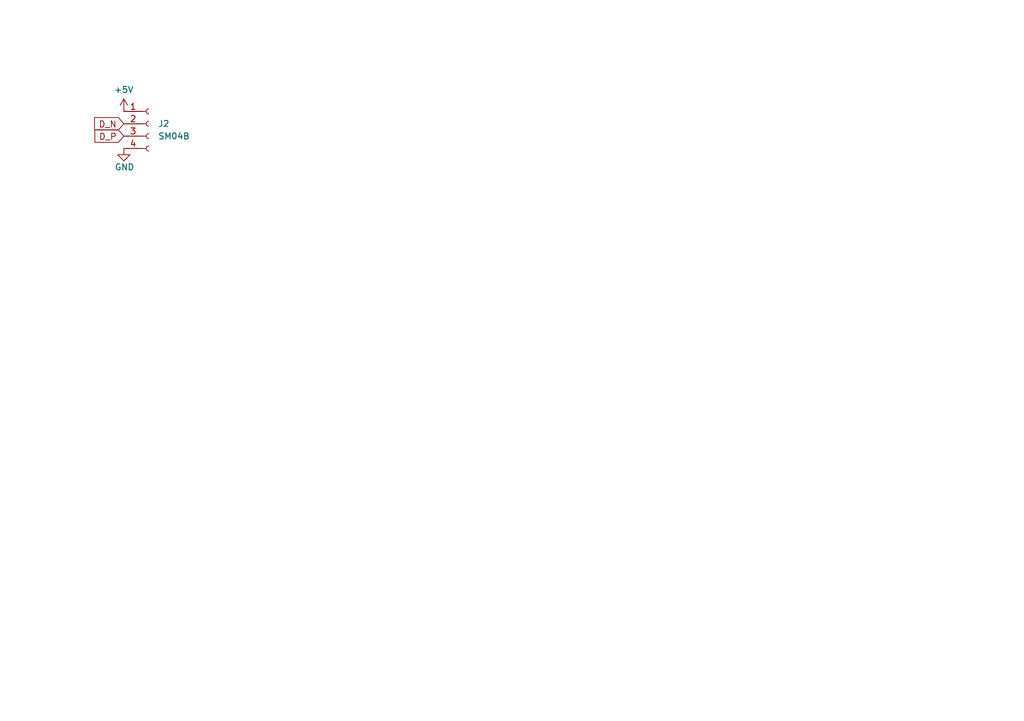
<source format=kicad_sch>
(kicad_sch (version 20231120) (generator "eeschema") (generator_version "8.0")
  (paper "A5")
  (lib_symbols
    (symbol "+5V_1" (power) (pin_names (offset 0))
      (property "Value" "+5V_1" (at 0 3.556 0))
      (symbol "+5V_1_0_1"
        (polyline (pts (xy -0.762 1.27) (xy 0 2.54)))
        (polyline (pts (xy 0 0) (xy 0 2.54)))
        (polyline (pts (xy 0 2.54) (xy 0.762 1.27)))
      )
      (symbol "+5V_1_1_1"
        (pin power_in line (at 0 0 90) (length 0) hide (name "+5V") (number "1"))
      )
    )
    (symbol "Connector:Conn_01x04_Female" (pin_names (offset 1.016) hide)
      (property "Reference" "J" (at 0 5.08 0))
      (property "Value" "Conn_01x04_Female" (at 0 -7.62 0))
      (symbol "Conn_01x04_Female_1_1"
        (arc (start 0 -4.572) (mid -0.5058 -5.08) (end 0 -5.588) (stroke (width 0.1524)))
        (arc (start 0 -2.032) (mid -0.5058 -2.54) (end 0 -3.048) (stroke (width 0.1524)))
        (polyline (pts (xy -1.27 -5.08) (xy -0.508 -5.08)) (stroke (width 0.1524)))
        (polyline (pts (xy -1.27 -2.54) (xy -0.508 -2.54)) (stroke (width 0.1524)))
        (polyline (pts (xy -1.27 0) (xy -0.508 0)) (stroke (width 0.1524)))
        (polyline (pts (xy -1.27 2.54) (xy -0.508 2.54)) (stroke (width 0.1524)))
        (arc (start 0 0.508) (mid -0.5058 0) (end 0 -0.508) (stroke (width 0.1524)))
        (arc (start 0 3.048) (mid -0.5058 2.54) (end 0 2.032) (stroke (width 0.1524)))
        (pin passive line (at -5.08 2.54 0) (length 3.81) (name "Pin_1") (number "1"))
        (pin passive line (at -5.08 0 0) (length 3.81) (name "Pin_2") (number "2"))
        (pin passive line (at -5.08 -2.54 0) (length 3.81) (name "Pin_3") (number "3"))
        (pin passive line (at -5.08 -5.08 0) (length 3.81) (name "Pin_4") (number "4"))
      )
    )
    (symbol "power:GND" (power) (pin_names (offset 0))
      (property "Value" "GND" (at 0 -3.81 0))
      (symbol "GND_0_1"
        (polyline (pts (xy 0 0) (xy 0 -1.27) (xy 1.27 -1.27) (xy 0 -2.54) (xy -1.27 -1.27) (xy 0 -1.27)))
      )
      (symbol "GND_1_1"
        (pin power_in line (at 0 0 270) (length 0) hide (name "GND") (number "1"))
      )
    )
  )
  (global_label "D_N" (shape input) (at 25.4 25.4 180) (property "Intersheetrefs" "${INTERSHEET_REFS}" (effects (hide yes))))
  (global_label "D_P" (shape input) (at 25.4 27.94 180) (property "Intersheetrefs" "${INTERSHEET_REFS}" (effects (hide yes))))
  (symbol (lib_id "power:GND") (at 25.4 30.48 0) (unit 1)
    (property "Reference" "#PWR05" (effects (hide yes)))
    (property "Value" "GND" (at 23.495 34.29 0) (effects (justify left)))
  )
  (symbol (lib_id "Connector:Conn_01x04_Female") (at 30.48 25.4 0) (unit 1)
    (property "Reference" "J2" (at 32.385 25.3999 0) (effects (justify left)))
    (property "Value" "SM04B" (at 32.385 27.9399 0) (effects (justify left)))
    (property "Footprint" "Connector_JST:JST_SH_SM04B-SRSS-TB_1x04-1MP_P1.00mm_Horizontal" (effects (hide yes)))
  )
  (symbol (lib_name "+5V_1") (lib_id "power:+5V") (at 25.4 22.86 0) (unit 1)
    (property "Reference" "#PWR09" (effects (hide yes)))
    (property "Value" "+5V" (at 25.4 18.415 0))
  )
)
</source>
